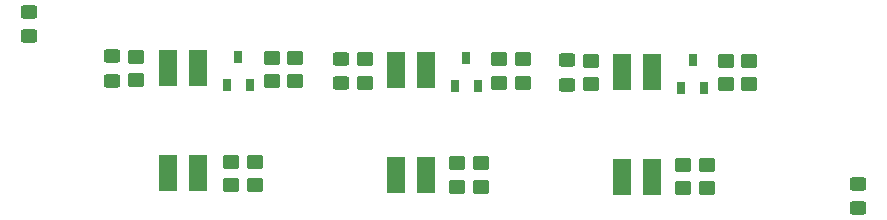
<source format=gtp>
G04 #@! TF.GenerationSoftware,KiCad,Pcbnew,(6.0.6)*
G04 #@! TF.CreationDate,2022-08-29T09:11:03+02:00*
G04 #@! TF.ProjectId,relay-pc-module,72656c61-792d-4706-932d-6d6f64756c65,rev?*
G04 #@! TF.SameCoordinates,Original*
G04 #@! TF.FileFunction,Paste,Top*
G04 #@! TF.FilePolarity,Positive*
%FSLAX46Y46*%
G04 Gerber Fmt 4.6, Leading zero omitted, Abs format (unit mm)*
G04 Created by KiCad (PCBNEW (6.0.6)) date 2022-08-29 09:11:03*
%MOMM*%
%LPD*%
G01*
G04 APERTURE LIST*
G04 Aperture macros list*
%AMRoundRect*
0 Rectangle with rounded corners*
0 $1 Rounding radius*
0 $2 $3 $4 $5 $6 $7 $8 $9 X,Y pos of 4 corners*
0 Add a 4 corners polygon primitive as box body*
4,1,4,$2,$3,$4,$5,$6,$7,$8,$9,$2,$3,0*
0 Add four circle primitives for the rounded corners*
1,1,$1+$1,$2,$3*
1,1,$1+$1,$4,$5*
1,1,$1+$1,$6,$7*
1,1,$1+$1,$8,$9*
0 Add four rect primitives between the rounded corners*
20,1,$1+$1,$2,$3,$4,$5,0*
20,1,$1+$1,$4,$5,$6,$7,0*
20,1,$1+$1,$6,$7,$8,$9,0*
20,1,$1+$1,$8,$9,$2,$3,0*%
G04 Aperture macros list end*
%ADD10RoundRect,0.250000X0.450000X-0.350000X0.450000X0.350000X-0.450000X0.350000X-0.450000X-0.350000X0*%
%ADD11RoundRect,0.250000X-0.450000X0.350000X-0.450000X-0.350000X0.450000X-0.350000X0.450000X0.350000X0*%
%ADD12RoundRect,0.250000X0.450000X-0.325000X0.450000X0.325000X-0.450000X0.325000X-0.450000X-0.325000X0*%
%ADD13R,1.600000X3.100000*%
%ADD14R,0.700000X1.000000*%
%ADD15RoundRect,0.250000X-0.450000X0.325000X-0.450000X-0.325000X0.450000X-0.325000X0.450000X0.325000X0*%
G04 APERTURE END LIST*
D10*
X45200000Y-85500000D03*
X45200000Y-83500000D03*
D11*
X85050000Y-74950000D03*
X85050000Y-76950000D03*
D12*
X33100000Y-76625000D03*
X33100000Y-74575000D03*
X71650000Y-76975000D03*
X71650000Y-74925000D03*
D11*
X73650000Y-74950000D03*
X73650000Y-76950000D03*
D13*
X76280000Y-84795000D03*
X78820000Y-84795000D03*
X78820000Y-75905000D03*
X76280000Y-75905000D03*
X37830000Y-84445000D03*
X40370000Y-84445000D03*
X40370000Y-75555000D03*
X37830000Y-75555000D03*
D11*
X54500000Y-74800000D03*
X54500000Y-76800000D03*
D10*
X67900000Y-76800000D03*
X67900000Y-74800000D03*
D11*
X43200000Y-83500000D03*
X43200000Y-85500000D03*
D14*
X62150000Y-77100000D03*
X64050000Y-77100000D03*
X63100000Y-74700000D03*
D11*
X46600000Y-74700000D03*
X46600000Y-76700000D03*
D15*
X26100000Y-70800000D03*
X26100000Y-72850000D03*
D11*
X62300000Y-83600000D03*
X62300000Y-85600000D03*
D10*
X83450000Y-85750000D03*
X83450000Y-83750000D03*
X87050000Y-76950000D03*
X87050000Y-74950000D03*
D13*
X57130000Y-84645000D03*
X59670000Y-84645000D03*
X59670000Y-75755000D03*
X57130000Y-75755000D03*
D14*
X42850000Y-77000000D03*
X44750000Y-77000000D03*
X43800000Y-74600000D03*
D12*
X52500000Y-76825000D03*
X52500000Y-74775000D03*
D14*
X81300000Y-77250000D03*
X83200000Y-77250000D03*
X82250000Y-74850000D03*
D11*
X81450000Y-83750000D03*
X81450000Y-85750000D03*
X35100000Y-74600000D03*
X35100000Y-76600000D03*
D10*
X48600000Y-76700000D03*
X48600000Y-74700000D03*
X64300000Y-85600000D03*
X64300000Y-83600000D03*
D11*
X65900000Y-74800000D03*
X65900000Y-76800000D03*
D12*
X96240600Y-87410400D03*
X96240600Y-85360400D03*
M02*

</source>
